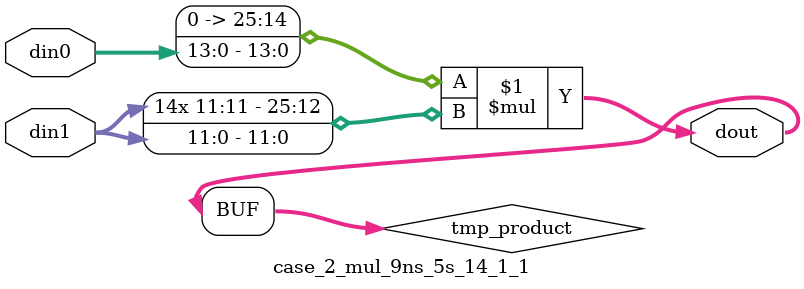
<source format=v>

`timescale 1 ns / 1 ps

 module case_2_mul_9ns_5s_14_1_1(din0, din1, dout);
parameter ID = 1;
parameter NUM_STAGE = 0;
parameter din0_WIDTH = 14;
parameter din1_WIDTH = 12;
parameter dout_WIDTH = 26;

input [din0_WIDTH - 1 : 0] din0; 
input [din1_WIDTH - 1 : 0] din1; 
output [dout_WIDTH - 1 : 0] dout;

wire signed [dout_WIDTH - 1 : 0] tmp_product;

























assign tmp_product = $signed({1'b0, din0}) * $signed(din1);










assign dout = tmp_product;





















endmodule

</source>
